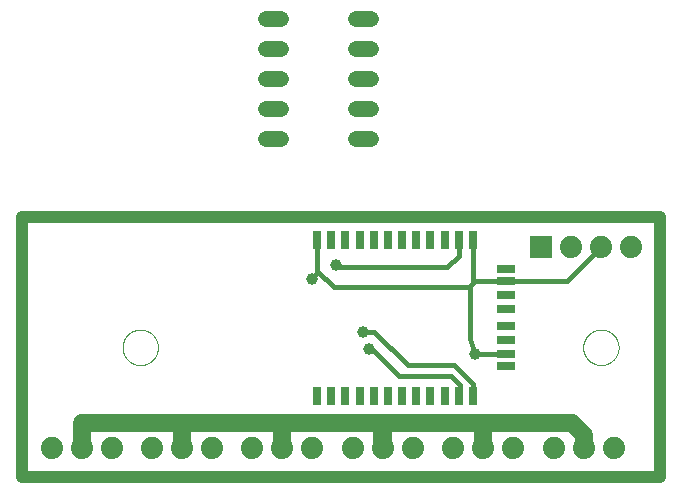
<source format=gbl>
G75*
%MOIN*%
%OFA0B0*%
%FSLAX25Y25*%
%IPPOS*%
%LPD*%
%AMOC8*
5,1,8,0,0,1.08239X$1,22.5*
%
%ADD10C,0.03937*%
%ADD11R,0.03150X0.06299*%
%ADD12R,0.06299X0.03150*%
%ADD13C,0.00000*%
%ADD14C,0.07400*%
%ADD15C,0.05200*%
%ADD16R,0.07400X0.07400*%
%ADD17C,0.01575*%
%ADD18C,0.03962*%
%ADD19C,0.05906*%
D10*
X0002969Y0005657D02*
X0215567Y0005657D01*
X0215567Y0092272D01*
X0002969Y0092272D01*
X0002969Y0005657D01*
D11*
X0101276Y0032902D03*
X0106000Y0032902D03*
X0110724Y0032902D03*
X0115449Y0032902D03*
X0120173Y0032902D03*
X0124898Y0032902D03*
X0129622Y0032902D03*
X0134346Y0032902D03*
X0139071Y0032902D03*
X0143795Y0032902D03*
X0148520Y0032902D03*
X0153244Y0032902D03*
X0153244Y0084870D03*
X0148520Y0084870D03*
X0143795Y0084870D03*
X0139071Y0084870D03*
X0134346Y0084870D03*
X0129622Y0084870D03*
X0124898Y0084870D03*
X0120173Y0084870D03*
X0115449Y0084870D03*
X0110724Y0084870D03*
X0106000Y0084870D03*
X0101276Y0084870D03*
D12*
X0164268Y0075115D03*
X0164268Y0071091D03*
X0164268Y0066366D03*
X0164268Y0061642D03*
X0164268Y0056130D03*
X0164268Y0051406D03*
X0164268Y0046681D03*
X0164268Y0042657D03*
D13*
X0189976Y0048965D02*
X0189978Y0049118D01*
X0189984Y0049272D01*
X0189994Y0049425D01*
X0190008Y0049577D01*
X0190026Y0049730D01*
X0190048Y0049881D01*
X0190073Y0050032D01*
X0190103Y0050183D01*
X0190137Y0050333D01*
X0190174Y0050481D01*
X0190215Y0050629D01*
X0190260Y0050775D01*
X0190309Y0050921D01*
X0190362Y0051065D01*
X0190418Y0051207D01*
X0190478Y0051348D01*
X0190542Y0051488D01*
X0190609Y0051626D01*
X0190680Y0051762D01*
X0190755Y0051896D01*
X0190832Y0052028D01*
X0190914Y0052158D01*
X0190998Y0052286D01*
X0191086Y0052412D01*
X0191177Y0052535D01*
X0191271Y0052656D01*
X0191369Y0052774D01*
X0191469Y0052890D01*
X0191573Y0053003D01*
X0191679Y0053114D01*
X0191788Y0053222D01*
X0191900Y0053327D01*
X0192014Y0053428D01*
X0192132Y0053527D01*
X0192251Y0053623D01*
X0192373Y0053716D01*
X0192498Y0053805D01*
X0192625Y0053892D01*
X0192754Y0053974D01*
X0192885Y0054054D01*
X0193018Y0054130D01*
X0193153Y0054203D01*
X0193290Y0054272D01*
X0193429Y0054337D01*
X0193569Y0054399D01*
X0193711Y0054457D01*
X0193854Y0054512D01*
X0193999Y0054563D01*
X0194145Y0054610D01*
X0194292Y0054653D01*
X0194440Y0054692D01*
X0194589Y0054728D01*
X0194739Y0054759D01*
X0194890Y0054787D01*
X0195041Y0054811D01*
X0195194Y0054831D01*
X0195346Y0054847D01*
X0195499Y0054859D01*
X0195652Y0054867D01*
X0195805Y0054871D01*
X0195959Y0054871D01*
X0196112Y0054867D01*
X0196265Y0054859D01*
X0196418Y0054847D01*
X0196570Y0054831D01*
X0196723Y0054811D01*
X0196874Y0054787D01*
X0197025Y0054759D01*
X0197175Y0054728D01*
X0197324Y0054692D01*
X0197472Y0054653D01*
X0197619Y0054610D01*
X0197765Y0054563D01*
X0197910Y0054512D01*
X0198053Y0054457D01*
X0198195Y0054399D01*
X0198335Y0054337D01*
X0198474Y0054272D01*
X0198611Y0054203D01*
X0198746Y0054130D01*
X0198879Y0054054D01*
X0199010Y0053974D01*
X0199139Y0053892D01*
X0199266Y0053805D01*
X0199391Y0053716D01*
X0199513Y0053623D01*
X0199632Y0053527D01*
X0199750Y0053428D01*
X0199864Y0053327D01*
X0199976Y0053222D01*
X0200085Y0053114D01*
X0200191Y0053003D01*
X0200295Y0052890D01*
X0200395Y0052774D01*
X0200493Y0052656D01*
X0200587Y0052535D01*
X0200678Y0052412D01*
X0200766Y0052286D01*
X0200850Y0052158D01*
X0200932Y0052028D01*
X0201009Y0051896D01*
X0201084Y0051762D01*
X0201155Y0051626D01*
X0201222Y0051488D01*
X0201286Y0051348D01*
X0201346Y0051207D01*
X0201402Y0051065D01*
X0201455Y0050921D01*
X0201504Y0050775D01*
X0201549Y0050629D01*
X0201590Y0050481D01*
X0201627Y0050333D01*
X0201661Y0050183D01*
X0201691Y0050032D01*
X0201716Y0049881D01*
X0201738Y0049730D01*
X0201756Y0049577D01*
X0201770Y0049425D01*
X0201780Y0049272D01*
X0201786Y0049118D01*
X0201788Y0048965D01*
X0201786Y0048812D01*
X0201780Y0048658D01*
X0201770Y0048505D01*
X0201756Y0048353D01*
X0201738Y0048200D01*
X0201716Y0048049D01*
X0201691Y0047898D01*
X0201661Y0047747D01*
X0201627Y0047597D01*
X0201590Y0047449D01*
X0201549Y0047301D01*
X0201504Y0047155D01*
X0201455Y0047009D01*
X0201402Y0046865D01*
X0201346Y0046723D01*
X0201286Y0046582D01*
X0201222Y0046442D01*
X0201155Y0046304D01*
X0201084Y0046168D01*
X0201009Y0046034D01*
X0200932Y0045902D01*
X0200850Y0045772D01*
X0200766Y0045644D01*
X0200678Y0045518D01*
X0200587Y0045395D01*
X0200493Y0045274D01*
X0200395Y0045156D01*
X0200295Y0045040D01*
X0200191Y0044927D01*
X0200085Y0044816D01*
X0199976Y0044708D01*
X0199864Y0044603D01*
X0199750Y0044502D01*
X0199632Y0044403D01*
X0199513Y0044307D01*
X0199391Y0044214D01*
X0199266Y0044125D01*
X0199139Y0044038D01*
X0199010Y0043956D01*
X0198879Y0043876D01*
X0198746Y0043800D01*
X0198611Y0043727D01*
X0198474Y0043658D01*
X0198335Y0043593D01*
X0198195Y0043531D01*
X0198053Y0043473D01*
X0197910Y0043418D01*
X0197765Y0043367D01*
X0197619Y0043320D01*
X0197472Y0043277D01*
X0197324Y0043238D01*
X0197175Y0043202D01*
X0197025Y0043171D01*
X0196874Y0043143D01*
X0196723Y0043119D01*
X0196570Y0043099D01*
X0196418Y0043083D01*
X0196265Y0043071D01*
X0196112Y0043063D01*
X0195959Y0043059D01*
X0195805Y0043059D01*
X0195652Y0043063D01*
X0195499Y0043071D01*
X0195346Y0043083D01*
X0195194Y0043099D01*
X0195041Y0043119D01*
X0194890Y0043143D01*
X0194739Y0043171D01*
X0194589Y0043202D01*
X0194440Y0043238D01*
X0194292Y0043277D01*
X0194145Y0043320D01*
X0193999Y0043367D01*
X0193854Y0043418D01*
X0193711Y0043473D01*
X0193569Y0043531D01*
X0193429Y0043593D01*
X0193290Y0043658D01*
X0193153Y0043727D01*
X0193018Y0043800D01*
X0192885Y0043876D01*
X0192754Y0043956D01*
X0192625Y0044038D01*
X0192498Y0044125D01*
X0192373Y0044214D01*
X0192251Y0044307D01*
X0192132Y0044403D01*
X0192014Y0044502D01*
X0191900Y0044603D01*
X0191788Y0044708D01*
X0191679Y0044816D01*
X0191573Y0044927D01*
X0191469Y0045040D01*
X0191369Y0045156D01*
X0191271Y0045274D01*
X0191177Y0045395D01*
X0191086Y0045518D01*
X0190998Y0045644D01*
X0190914Y0045772D01*
X0190832Y0045902D01*
X0190755Y0046034D01*
X0190680Y0046168D01*
X0190609Y0046304D01*
X0190542Y0046442D01*
X0190478Y0046582D01*
X0190418Y0046723D01*
X0190362Y0046865D01*
X0190309Y0047009D01*
X0190260Y0047155D01*
X0190215Y0047301D01*
X0190174Y0047449D01*
X0190137Y0047597D01*
X0190103Y0047747D01*
X0190073Y0047898D01*
X0190048Y0048049D01*
X0190026Y0048200D01*
X0190008Y0048353D01*
X0189994Y0048505D01*
X0189984Y0048658D01*
X0189978Y0048812D01*
X0189976Y0048965D01*
X0036433Y0048965D02*
X0036435Y0049118D01*
X0036441Y0049272D01*
X0036451Y0049425D01*
X0036465Y0049577D01*
X0036483Y0049730D01*
X0036505Y0049881D01*
X0036530Y0050032D01*
X0036560Y0050183D01*
X0036594Y0050333D01*
X0036631Y0050481D01*
X0036672Y0050629D01*
X0036717Y0050775D01*
X0036766Y0050921D01*
X0036819Y0051065D01*
X0036875Y0051207D01*
X0036935Y0051348D01*
X0036999Y0051488D01*
X0037066Y0051626D01*
X0037137Y0051762D01*
X0037212Y0051896D01*
X0037289Y0052028D01*
X0037371Y0052158D01*
X0037455Y0052286D01*
X0037543Y0052412D01*
X0037634Y0052535D01*
X0037728Y0052656D01*
X0037826Y0052774D01*
X0037926Y0052890D01*
X0038030Y0053003D01*
X0038136Y0053114D01*
X0038245Y0053222D01*
X0038357Y0053327D01*
X0038471Y0053428D01*
X0038589Y0053527D01*
X0038708Y0053623D01*
X0038830Y0053716D01*
X0038955Y0053805D01*
X0039082Y0053892D01*
X0039211Y0053974D01*
X0039342Y0054054D01*
X0039475Y0054130D01*
X0039610Y0054203D01*
X0039747Y0054272D01*
X0039886Y0054337D01*
X0040026Y0054399D01*
X0040168Y0054457D01*
X0040311Y0054512D01*
X0040456Y0054563D01*
X0040602Y0054610D01*
X0040749Y0054653D01*
X0040897Y0054692D01*
X0041046Y0054728D01*
X0041196Y0054759D01*
X0041347Y0054787D01*
X0041498Y0054811D01*
X0041651Y0054831D01*
X0041803Y0054847D01*
X0041956Y0054859D01*
X0042109Y0054867D01*
X0042262Y0054871D01*
X0042416Y0054871D01*
X0042569Y0054867D01*
X0042722Y0054859D01*
X0042875Y0054847D01*
X0043027Y0054831D01*
X0043180Y0054811D01*
X0043331Y0054787D01*
X0043482Y0054759D01*
X0043632Y0054728D01*
X0043781Y0054692D01*
X0043929Y0054653D01*
X0044076Y0054610D01*
X0044222Y0054563D01*
X0044367Y0054512D01*
X0044510Y0054457D01*
X0044652Y0054399D01*
X0044792Y0054337D01*
X0044931Y0054272D01*
X0045068Y0054203D01*
X0045203Y0054130D01*
X0045336Y0054054D01*
X0045467Y0053974D01*
X0045596Y0053892D01*
X0045723Y0053805D01*
X0045848Y0053716D01*
X0045970Y0053623D01*
X0046089Y0053527D01*
X0046207Y0053428D01*
X0046321Y0053327D01*
X0046433Y0053222D01*
X0046542Y0053114D01*
X0046648Y0053003D01*
X0046752Y0052890D01*
X0046852Y0052774D01*
X0046950Y0052656D01*
X0047044Y0052535D01*
X0047135Y0052412D01*
X0047223Y0052286D01*
X0047307Y0052158D01*
X0047389Y0052028D01*
X0047466Y0051896D01*
X0047541Y0051762D01*
X0047612Y0051626D01*
X0047679Y0051488D01*
X0047743Y0051348D01*
X0047803Y0051207D01*
X0047859Y0051065D01*
X0047912Y0050921D01*
X0047961Y0050775D01*
X0048006Y0050629D01*
X0048047Y0050481D01*
X0048084Y0050333D01*
X0048118Y0050183D01*
X0048148Y0050032D01*
X0048173Y0049881D01*
X0048195Y0049730D01*
X0048213Y0049577D01*
X0048227Y0049425D01*
X0048237Y0049272D01*
X0048243Y0049118D01*
X0048245Y0048965D01*
X0048243Y0048812D01*
X0048237Y0048658D01*
X0048227Y0048505D01*
X0048213Y0048353D01*
X0048195Y0048200D01*
X0048173Y0048049D01*
X0048148Y0047898D01*
X0048118Y0047747D01*
X0048084Y0047597D01*
X0048047Y0047449D01*
X0048006Y0047301D01*
X0047961Y0047155D01*
X0047912Y0047009D01*
X0047859Y0046865D01*
X0047803Y0046723D01*
X0047743Y0046582D01*
X0047679Y0046442D01*
X0047612Y0046304D01*
X0047541Y0046168D01*
X0047466Y0046034D01*
X0047389Y0045902D01*
X0047307Y0045772D01*
X0047223Y0045644D01*
X0047135Y0045518D01*
X0047044Y0045395D01*
X0046950Y0045274D01*
X0046852Y0045156D01*
X0046752Y0045040D01*
X0046648Y0044927D01*
X0046542Y0044816D01*
X0046433Y0044708D01*
X0046321Y0044603D01*
X0046207Y0044502D01*
X0046089Y0044403D01*
X0045970Y0044307D01*
X0045848Y0044214D01*
X0045723Y0044125D01*
X0045596Y0044038D01*
X0045467Y0043956D01*
X0045336Y0043876D01*
X0045203Y0043800D01*
X0045068Y0043727D01*
X0044931Y0043658D01*
X0044792Y0043593D01*
X0044652Y0043531D01*
X0044510Y0043473D01*
X0044367Y0043418D01*
X0044222Y0043367D01*
X0044076Y0043320D01*
X0043929Y0043277D01*
X0043781Y0043238D01*
X0043632Y0043202D01*
X0043482Y0043171D01*
X0043331Y0043143D01*
X0043180Y0043119D01*
X0043027Y0043099D01*
X0042875Y0043083D01*
X0042722Y0043071D01*
X0042569Y0043063D01*
X0042416Y0043059D01*
X0042262Y0043059D01*
X0042109Y0043063D01*
X0041956Y0043071D01*
X0041803Y0043083D01*
X0041651Y0043099D01*
X0041498Y0043119D01*
X0041347Y0043143D01*
X0041196Y0043171D01*
X0041046Y0043202D01*
X0040897Y0043238D01*
X0040749Y0043277D01*
X0040602Y0043320D01*
X0040456Y0043367D01*
X0040311Y0043418D01*
X0040168Y0043473D01*
X0040026Y0043531D01*
X0039886Y0043593D01*
X0039747Y0043658D01*
X0039610Y0043727D01*
X0039475Y0043800D01*
X0039342Y0043876D01*
X0039211Y0043956D01*
X0039082Y0044038D01*
X0038955Y0044125D01*
X0038830Y0044214D01*
X0038708Y0044307D01*
X0038589Y0044403D01*
X0038471Y0044502D01*
X0038357Y0044603D01*
X0038245Y0044708D01*
X0038136Y0044816D01*
X0038030Y0044927D01*
X0037926Y0045040D01*
X0037826Y0045156D01*
X0037728Y0045274D01*
X0037634Y0045395D01*
X0037543Y0045518D01*
X0037455Y0045644D01*
X0037371Y0045772D01*
X0037289Y0045902D01*
X0037212Y0046034D01*
X0037137Y0046168D01*
X0037066Y0046304D01*
X0036999Y0046442D01*
X0036935Y0046582D01*
X0036875Y0046723D01*
X0036819Y0046865D01*
X0036766Y0047009D01*
X0036717Y0047155D01*
X0036672Y0047301D01*
X0036631Y0047449D01*
X0036594Y0047597D01*
X0036560Y0047747D01*
X0036530Y0047898D01*
X0036505Y0048049D01*
X0036483Y0048200D01*
X0036465Y0048353D01*
X0036451Y0048505D01*
X0036441Y0048658D01*
X0036435Y0048812D01*
X0036433Y0048965D01*
D14*
X0032811Y0015500D03*
X0022811Y0015500D03*
X0012811Y0015500D03*
X0046276Y0015500D03*
X0056276Y0015500D03*
X0066276Y0015500D03*
X0079740Y0015500D03*
X0089740Y0015500D03*
X0099740Y0015500D03*
X0113205Y0015500D03*
X0123205Y0015500D03*
X0133205Y0015500D03*
X0146669Y0015500D03*
X0156669Y0015500D03*
X0166669Y0015500D03*
X0180134Y0015500D03*
X0190134Y0015500D03*
X0200134Y0015500D03*
X0195803Y0082429D03*
X0185803Y0082429D03*
X0205803Y0082429D03*
D15*
X0119387Y0118335D02*
X0114187Y0118335D01*
X0114187Y0128335D02*
X0119387Y0128335D01*
X0119387Y0138335D02*
X0114187Y0138335D01*
X0114187Y0148335D02*
X0119387Y0148335D01*
X0119387Y0158335D02*
X0114187Y0158335D01*
X0089387Y0158335D02*
X0084187Y0158335D01*
X0084187Y0148335D02*
X0089387Y0148335D01*
X0089387Y0138335D02*
X0084187Y0138335D01*
X0084187Y0128335D02*
X0089387Y0128335D01*
X0089387Y0118335D02*
X0084187Y0118335D01*
D16*
X0175803Y0082429D03*
D17*
X0184465Y0071091D02*
X0164268Y0071091D01*
X0153835Y0071091D01*
X0153756Y0071012D01*
X0153244Y0071012D01*
X0153244Y0084870D01*
X0148520Y0084870D02*
X0148520Y0079555D01*
X0144701Y0075736D01*
X0108480Y0075736D01*
X0107693Y0076524D01*
X0101394Y0074555D02*
X0101394Y0073768D01*
X0099425Y0071799D01*
X0101394Y0074555D02*
X0106906Y0069043D01*
X0151787Y0069043D01*
X0152181Y0068650D01*
X0152181Y0051720D01*
X0154071Y0046681D01*
X0164268Y0046681D01*
X0153362Y0036760D02*
X0153362Y0033020D01*
X0153244Y0032902D01*
X0153362Y0036760D02*
X0147063Y0043059D01*
X0131709Y0043059D01*
X0120291Y0054083D01*
X0116748Y0054083D01*
X0118717Y0048571D02*
X0119504Y0048571D01*
X0128559Y0039516D01*
X0145882Y0039516D01*
X0149031Y0036366D01*
X0149031Y0033413D01*
X0148520Y0032902D01*
X0151787Y0069043D02*
X0153756Y0071012D01*
X0184465Y0071091D02*
X0195803Y0082429D01*
X0101276Y0084870D02*
X0101276Y0074673D01*
X0101394Y0074555D01*
D18*
X0099425Y0071799D03*
X0107693Y0076524D03*
X0116748Y0054083D03*
X0118717Y0048571D03*
X0154071Y0046681D03*
D19*
X0156512Y0023768D02*
X0123205Y0023768D01*
X0123205Y0015500D01*
X0123047Y0015500D01*
X0123047Y0023768D01*
X0089740Y0023768D01*
X0089740Y0015500D01*
X0089583Y0015500D01*
X0089583Y0023768D01*
X0056276Y0023768D01*
X0056276Y0015500D01*
X0056118Y0015500D01*
X0056118Y0023768D01*
X0022811Y0023768D01*
X0022811Y0015500D01*
X0156512Y0015500D02*
X0156669Y0015500D01*
X0156512Y0015500D02*
X0156512Y0023768D01*
X0186197Y0023768D01*
X0190134Y0019831D01*
X0190134Y0015500D01*
M02*

</source>
